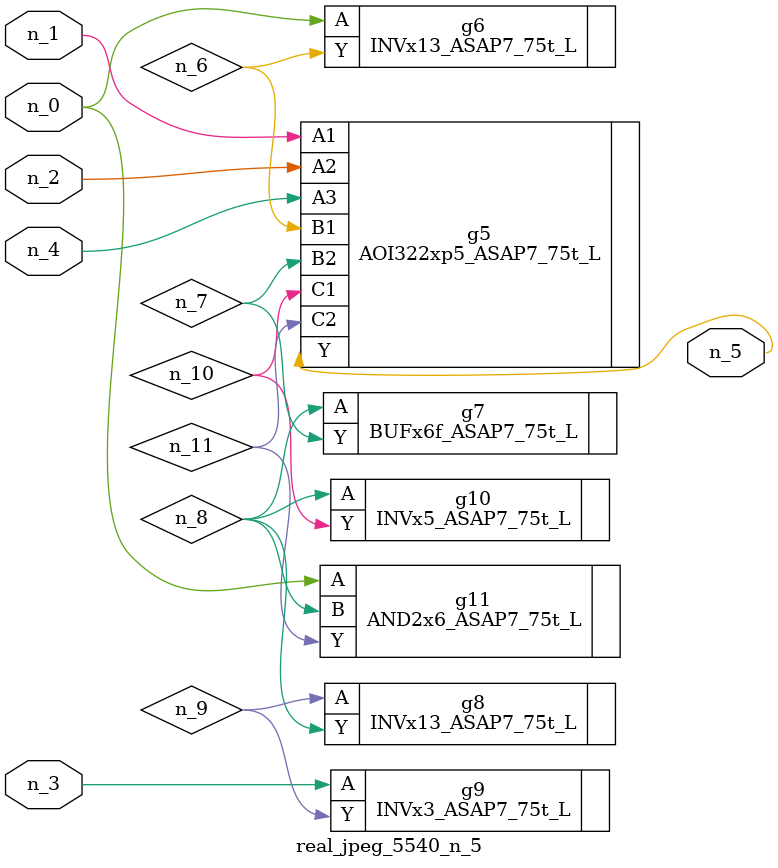
<source format=v>
module real_jpeg_5540_n_5 (n_4, n_0, n_1, n_2, n_3, n_5);

input n_4;
input n_0;
input n_1;
input n_2;
input n_3;

output n_5;

wire n_8;
wire n_11;
wire n_6;
wire n_7;
wire n_10;
wire n_9;

INVx13_ASAP7_75t_L g6 ( 
.A(n_0),
.Y(n_6)
);

AND2x6_ASAP7_75t_L g11 ( 
.A(n_0),
.B(n_8),
.Y(n_11)
);

AOI322xp5_ASAP7_75t_L g5 ( 
.A1(n_1),
.A2(n_2),
.A3(n_4),
.B1(n_6),
.B2(n_7),
.C1(n_10),
.C2(n_11),
.Y(n_5)
);

INVx3_ASAP7_75t_L g9 ( 
.A(n_3),
.Y(n_9)
);

BUFx6f_ASAP7_75t_L g7 ( 
.A(n_8),
.Y(n_7)
);

INVx5_ASAP7_75t_L g10 ( 
.A(n_8),
.Y(n_10)
);

INVx13_ASAP7_75t_L g8 ( 
.A(n_9),
.Y(n_8)
);


endmodule
</source>
